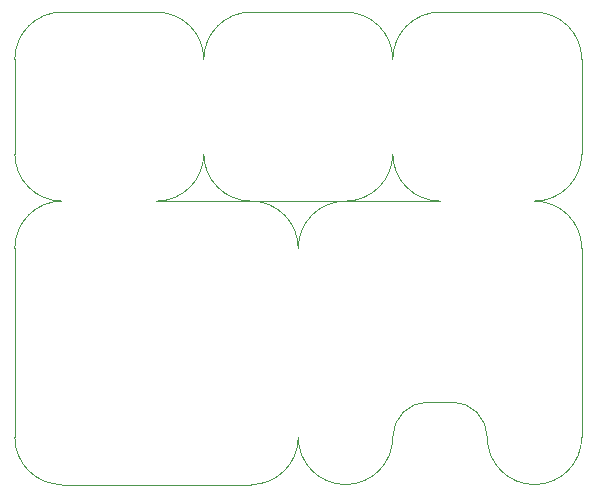
<source format=gm1>
G04 #@! TF.FileFunction,Profile,NP*
%FSLAX46Y46*%
G04 Gerber Fmt 4.6, Leading zero omitted, Abs format (unit mm)*
G04 Created by KiCad (PCBNEW (2015-08-15 BZR 6092)-product) date 2/25/2016 10:40:52 PM*
%MOMM*%
G01*
G04 APERTURE LIST*
%ADD10C,0.100000*%
G04 APERTURE END LIST*
D10*
X160000000Y-53000000D02*
X162000000Y-53000000D01*
X160000000Y-53000000D02*
G75*
G03X157000000Y-56000000I0J-3000000D01*
G01*
X165000000Y-56000000D02*
G75*
G03X162000000Y-53000000I-3000000J0D01*
G01*
X165000000Y-56000000D02*
G75*
G03X169000000Y-60000000I4000000J0D01*
G01*
X153000000Y-60000000D02*
G75*
G03X157000000Y-56000000I0J4000000D01*
G01*
X145000000Y-36000000D02*
X153000000Y-36000000D01*
X137000000Y-36000000D02*
X145000000Y-36000000D01*
X153000000Y-36000000D02*
X161000000Y-36000000D01*
X173000000Y-24000000D02*
X173000000Y-32000000D01*
X161000000Y-20000000D02*
X169000000Y-20000000D01*
X145000000Y-20000000D02*
X153000000Y-20000000D01*
X145000000Y-20000000D02*
G75*
G03X141000000Y-24000000I0J-4000000D01*
G01*
X129000000Y-20000000D02*
X137000000Y-20000000D01*
X125000000Y-32000000D02*
X125000000Y-24000000D01*
X125000000Y-32000000D02*
G75*
G03X129000000Y-36000000I4000000J0D01*
G01*
X137000000Y-36000000D02*
G75*
G03X141000000Y-32000000I0J4000000D01*
G01*
X157000000Y-24000000D02*
G75*
G03X153000000Y-20000000I-4000000J0D01*
G01*
X141000000Y-24000000D02*
G75*
G03X137000000Y-20000000I-4000000J0D01*
G01*
X129000000Y-20000000D02*
G75*
G03X125000000Y-24000000I0J-4000000D01*
G01*
X141000000Y-32000000D02*
G75*
G03X145000000Y-36000000I4000000J0D01*
G01*
X153000000Y-36000000D02*
G75*
G03X157000000Y-32000000I0J4000000D01*
G01*
X157000000Y-32000000D02*
G75*
G03X161000000Y-36000000I4000000J0D01*
G01*
X161000000Y-20000000D02*
G75*
G03X157000000Y-24000000I0J-4000000D01*
G01*
X173000000Y-24000000D02*
G75*
G03X169000000Y-20000000I-4000000J0D01*
G01*
X169000000Y-36000000D02*
G75*
G03X173000000Y-32000000I0J4000000D01*
G01*
X173000000Y-56000000D02*
X173000000Y-40000000D01*
X149000000Y-56000000D02*
G75*
G03X153000000Y-60000000I4000000J0D01*
G01*
X169000000Y-60000000D02*
G75*
G03X173000000Y-56000000I0J4000000D01*
G01*
X173000000Y-40000000D02*
G75*
G03X169000000Y-36000000I-4000000J0D01*
G01*
X153000000Y-36000000D02*
G75*
G03X149000000Y-40000000I0J-4000000D01*
G01*
X129000000Y-60000000D02*
X145000000Y-60000000D01*
X125000000Y-40000000D02*
X125000000Y-56000000D01*
X129000000Y-36000000D02*
G75*
G03X125000000Y-40000000I0J-4000000D01*
G01*
X149000000Y-40000000D02*
G75*
G03X145000000Y-36000000I-4000000J0D01*
G01*
X125000000Y-56000000D02*
G75*
G03X129000000Y-60000000I4000000J0D01*
G01*
X145000000Y-60000000D02*
G75*
G03X149000000Y-56000000I0J4000000D01*
G01*
M02*

</source>
